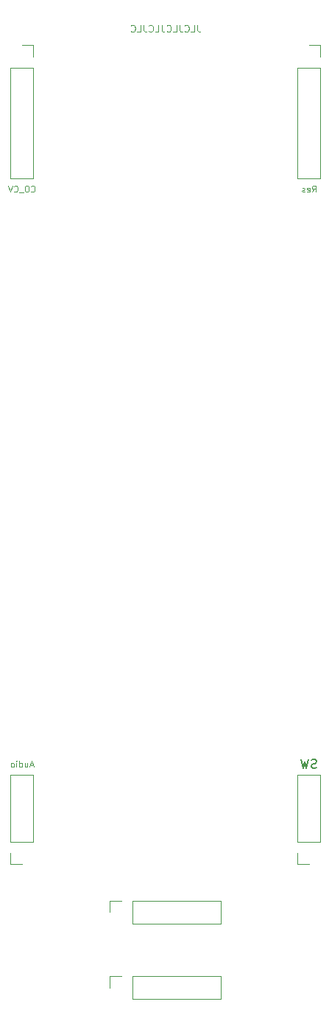
<source format=gbr>
G04 #@! TF.GenerationSoftware,KiCad,Pcbnew,(5.1.10)-1*
G04 #@! TF.CreationDate,2021-07-18T07:49:12+02:00*
G04 #@! TF.ProjectId,YuSynth Improved Steiner VCF Control,59755379-6e74-4682-9049-6d70726f7665,rev?*
G04 #@! TF.SameCoordinates,Original*
G04 #@! TF.FileFunction,Legend,Bot*
G04 #@! TF.FilePolarity,Positive*
%FSLAX46Y46*%
G04 Gerber Fmt 4.6, Leading zero omitted, Abs format (unit mm)*
G04 Created by KiCad (PCBNEW (5.1.10)-1) date 2021-07-18 07:49:12*
%MOMM*%
%LPD*%
G01*
G04 APERTURE LIST*
%ADD10C,0.100000*%
%ADD11C,0.120000*%
%ADD12C,0.150000*%
G04 APERTURE END LIST*
D10*
X22745238Y-1466904D02*
X22745238Y-2038333D01*
X22783333Y-2152619D01*
X22859523Y-2228809D01*
X22973809Y-2266904D01*
X23050000Y-2266904D01*
X21983333Y-2266904D02*
X22364285Y-2266904D01*
X22364285Y-1466904D01*
X21259523Y-2190714D02*
X21297619Y-2228809D01*
X21411904Y-2266904D01*
X21488095Y-2266904D01*
X21602380Y-2228809D01*
X21678571Y-2152619D01*
X21716666Y-2076428D01*
X21754761Y-1924047D01*
X21754761Y-1809761D01*
X21716666Y-1657380D01*
X21678571Y-1581190D01*
X21602380Y-1505000D01*
X21488095Y-1466904D01*
X21411904Y-1466904D01*
X21297619Y-1505000D01*
X21259523Y-1543095D01*
X20688095Y-1466904D02*
X20688095Y-2038333D01*
X20726190Y-2152619D01*
X20802380Y-2228809D01*
X20916666Y-2266904D01*
X20992857Y-2266904D01*
X19926190Y-2266904D02*
X20307142Y-2266904D01*
X20307142Y-1466904D01*
X19202380Y-2190714D02*
X19240476Y-2228809D01*
X19354761Y-2266904D01*
X19430952Y-2266904D01*
X19545238Y-2228809D01*
X19621428Y-2152619D01*
X19659523Y-2076428D01*
X19697619Y-1924047D01*
X19697619Y-1809761D01*
X19659523Y-1657380D01*
X19621428Y-1581190D01*
X19545238Y-1505000D01*
X19430952Y-1466904D01*
X19354761Y-1466904D01*
X19240476Y-1505000D01*
X19202380Y-1543095D01*
X18630952Y-1466904D02*
X18630952Y-2038333D01*
X18669047Y-2152619D01*
X18745238Y-2228809D01*
X18859523Y-2266904D01*
X18935714Y-2266904D01*
X17869047Y-2266904D02*
X18250000Y-2266904D01*
X18250000Y-1466904D01*
X17145238Y-2190714D02*
X17183333Y-2228809D01*
X17297619Y-2266904D01*
X17373809Y-2266904D01*
X17488095Y-2228809D01*
X17564285Y-2152619D01*
X17602380Y-2076428D01*
X17640476Y-1924047D01*
X17640476Y-1809761D01*
X17602380Y-1657380D01*
X17564285Y-1581190D01*
X17488095Y-1505000D01*
X17373809Y-1466904D01*
X17297619Y-1466904D01*
X17183333Y-1505000D01*
X17145238Y-1543095D01*
X16573809Y-1466904D02*
X16573809Y-2038333D01*
X16611904Y-2152619D01*
X16688095Y-2228809D01*
X16802380Y-2266904D01*
X16878571Y-2266904D01*
X15811904Y-2266904D02*
X16192857Y-2266904D01*
X16192857Y-1466904D01*
X15088095Y-2190714D02*
X15126190Y-2228809D01*
X15240476Y-2266904D01*
X15316666Y-2266904D01*
X15430952Y-2228809D01*
X15507142Y-2152619D01*
X15545238Y-2076428D01*
X15583333Y-1924047D01*
X15583333Y-1809761D01*
X15545238Y-1657380D01*
X15507142Y-1581190D01*
X15430952Y-1505000D01*
X15316666Y-1466904D01*
X15240476Y-1466904D01*
X15126190Y-1505000D01*
X15088095Y-1543095D01*
D11*
G04 #@! TO.C,J13*
X12640000Y-110680000D02*
X12640000Y-112010000D01*
X13970000Y-110680000D02*
X12640000Y-110680000D01*
X15240000Y-110680000D02*
X15240000Y-113340000D01*
X15240000Y-113340000D02*
X25460000Y-113340000D01*
X15240000Y-110680000D02*
X25460000Y-110680000D01*
X25460000Y-110680000D02*
X25460000Y-113340000D01*
G04 #@! TO.C,J12*
X12640000Y-102040000D02*
X12640000Y-103370000D01*
X13970000Y-102040000D02*
X12640000Y-102040000D01*
X15240000Y-102040000D02*
X15240000Y-104700000D01*
X15240000Y-104700000D02*
X25460000Y-104700000D01*
X15240000Y-102040000D02*
X25460000Y-102040000D01*
X25460000Y-102040000D02*
X25460000Y-104700000D01*
G04 #@! TO.C,J11*
X36890000Y-3750000D02*
X35560000Y-3750000D01*
X36890000Y-5080000D02*
X36890000Y-3750000D01*
X36890000Y-6350000D02*
X34230000Y-6350000D01*
X34230000Y-6350000D02*
X34230000Y-19110000D01*
X36890000Y-6350000D02*
X36890000Y-19110000D01*
X36890000Y-19110000D02*
X34230000Y-19110000D01*
G04 #@! TO.C,J10*
X3870000Y-3750000D02*
X2540000Y-3750000D01*
X3870000Y-5080000D02*
X3870000Y-3750000D01*
X3870000Y-6350000D02*
X1210000Y-6350000D01*
X1210000Y-6350000D02*
X1210000Y-19110000D01*
X3870000Y-6350000D02*
X3870000Y-19110000D01*
X3870000Y-19110000D02*
X1210000Y-19110000D01*
G04 #@! TO.C,J9*
X34230000Y-97850000D02*
X35560000Y-97850000D01*
X34230000Y-96520000D02*
X34230000Y-97850000D01*
X34230000Y-95250000D02*
X36890000Y-95250000D01*
X36890000Y-95250000D02*
X36890000Y-87570000D01*
X34230000Y-95250000D02*
X34230000Y-87570000D01*
X34230000Y-87570000D02*
X36890000Y-87570000D01*
G04 #@! TO.C,J8*
X1210000Y-97850000D02*
X2540000Y-97850000D01*
X1210000Y-96520000D02*
X1210000Y-97850000D01*
X1210000Y-95250000D02*
X3870000Y-95250000D01*
X3870000Y-95250000D02*
X3870000Y-87570000D01*
X1210000Y-95250000D02*
X1210000Y-87570000D01*
X1210000Y-87570000D02*
X3870000Y-87570000D01*
G04 #@! TO.C,J11*
D10*
X35926666Y-20636666D02*
X36160000Y-20303333D01*
X36326666Y-20636666D02*
X36326666Y-19936666D01*
X36060000Y-19936666D01*
X35993333Y-19970000D01*
X35960000Y-20003333D01*
X35926666Y-20070000D01*
X35926666Y-20170000D01*
X35960000Y-20236666D01*
X35993333Y-20270000D01*
X36060000Y-20303333D01*
X36326666Y-20303333D01*
X35360000Y-20603333D02*
X35426666Y-20636666D01*
X35560000Y-20636666D01*
X35626666Y-20603333D01*
X35660000Y-20536666D01*
X35660000Y-20270000D01*
X35626666Y-20203333D01*
X35560000Y-20170000D01*
X35426666Y-20170000D01*
X35360000Y-20203333D01*
X35326666Y-20270000D01*
X35326666Y-20336666D01*
X35660000Y-20403333D01*
X35060000Y-20603333D02*
X34993333Y-20636666D01*
X34860000Y-20636666D01*
X34793333Y-20603333D01*
X34760000Y-20536666D01*
X34760000Y-20503333D01*
X34793333Y-20436666D01*
X34860000Y-20403333D01*
X34960000Y-20403333D01*
X35026666Y-20370000D01*
X35060000Y-20303333D01*
X35060000Y-20270000D01*
X35026666Y-20203333D01*
X34960000Y-20170000D01*
X34860000Y-20170000D01*
X34793333Y-20203333D01*
G04 #@! TO.C,J10*
X3606666Y-20570000D02*
X3640000Y-20603333D01*
X3739999Y-20636666D01*
X3806666Y-20636666D01*
X3906666Y-20603333D01*
X3973333Y-20536666D01*
X4006666Y-20470000D01*
X4039999Y-20336666D01*
X4039999Y-20236666D01*
X4006666Y-20103333D01*
X3973333Y-20036666D01*
X3906666Y-19970000D01*
X3806666Y-19936666D01*
X3739999Y-19936666D01*
X3640000Y-19970000D01*
X3606666Y-20003333D01*
X3173333Y-19936666D02*
X3040000Y-19936666D01*
X2973333Y-19970000D01*
X2906666Y-20036666D01*
X2873333Y-20170000D01*
X2873333Y-20403333D01*
X2906666Y-20536666D01*
X2973333Y-20603333D01*
X3040000Y-20636666D01*
X3173333Y-20636666D01*
X3239999Y-20603333D01*
X3306666Y-20536666D01*
X3339999Y-20403333D01*
X3339999Y-20170000D01*
X3306666Y-20036666D01*
X3239999Y-19970000D01*
X3173333Y-19936666D01*
X2740000Y-20703333D02*
X2206666Y-20703333D01*
X1640000Y-20570000D02*
X1673333Y-20603333D01*
X1773333Y-20636666D01*
X1840000Y-20636666D01*
X1940000Y-20603333D01*
X2006666Y-20536666D01*
X2039999Y-20470000D01*
X2073333Y-20336666D01*
X2073333Y-20236666D01*
X2039999Y-20103333D01*
X2006666Y-20036666D01*
X1940000Y-19970000D01*
X1840000Y-19936666D01*
X1773333Y-19936666D01*
X1673333Y-19970000D01*
X1640000Y-20003333D01*
X1440000Y-19936666D02*
X1206666Y-20636666D01*
X973333Y-19936666D01*
G04 #@! TO.C,J9*
D12*
X36417142Y-86764761D02*
X36274285Y-86812380D01*
X36036190Y-86812380D01*
X35940952Y-86764761D01*
X35893333Y-86717142D01*
X35845714Y-86621904D01*
X35845714Y-86526666D01*
X35893333Y-86431428D01*
X35940952Y-86383809D01*
X36036190Y-86336190D01*
X36226666Y-86288571D01*
X36321904Y-86240952D01*
X36369523Y-86193333D01*
X36417142Y-86098095D01*
X36417142Y-86002857D01*
X36369523Y-85907619D01*
X36321904Y-85860000D01*
X36226666Y-85812380D01*
X35988571Y-85812380D01*
X35845714Y-85860000D01*
X35512380Y-85812380D02*
X35274285Y-86812380D01*
X35083809Y-86098095D01*
X34893333Y-86812380D01*
X34655238Y-85812380D01*
G04 #@! TO.C,J8*
D10*
X3823333Y-86476666D02*
X3490000Y-86476666D01*
X3890000Y-86676666D02*
X3656666Y-85976666D01*
X3423333Y-86676666D01*
X2890000Y-86210000D02*
X2890000Y-86676666D01*
X3190000Y-86210000D02*
X3190000Y-86576666D01*
X3156666Y-86643333D01*
X3090000Y-86676666D01*
X2990000Y-86676666D01*
X2923333Y-86643333D01*
X2890000Y-86610000D01*
X2256666Y-86676666D02*
X2256666Y-85976666D01*
X2256666Y-86643333D02*
X2323333Y-86676666D01*
X2456666Y-86676666D01*
X2523333Y-86643333D01*
X2556666Y-86610000D01*
X2590000Y-86543333D01*
X2590000Y-86343333D01*
X2556666Y-86276666D01*
X2523333Y-86243333D01*
X2456666Y-86210000D01*
X2323333Y-86210000D01*
X2256666Y-86243333D01*
X1923333Y-86676666D02*
X1923333Y-86210000D01*
X1923333Y-85976666D02*
X1956666Y-86010000D01*
X1923333Y-86043333D01*
X1890000Y-86010000D01*
X1923333Y-85976666D01*
X1923333Y-86043333D01*
X1490000Y-86676666D02*
X1556666Y-86643333D01*
X1590000Y-86610000D01*
X1623333Y-86543333D01*
X1623333Y-86343333D01*
X1590000Y-86276666D01*
X1556666Y-86243333D01*
X1490000Y-86210000D01*
X1390000Y-86210000D01*
X1323333Y-86243333D01*
X1290000Y-86276666D01*
X1256666Y-86343333D01*
X1256666Y-86543333D01*
X1290000Y-86610000D01*
X1323333Y-86643333D01*
X1390000Y-86676666D01*
X1490000Y-86676666D01*
G04 #@! TD*
M02*

</source>
